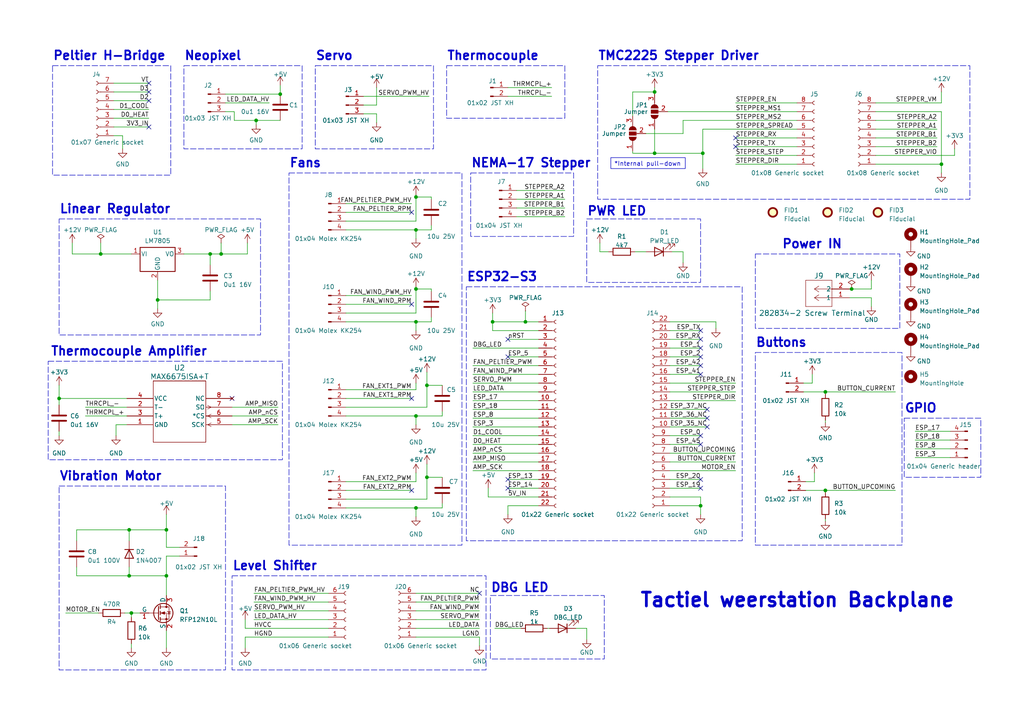
<source format=kicad_sch>
(kicad_sch (version 20230121) (generator eeschema)
  (paper "A4")
  (junction (at 64.135 73.66))
  (junction (at 29.21 73.66))
  (junction (at 189.865 44.45))
  (junction (at 48.26 153.67))
  (junction (at 48.26 167.005))
  (junction (at 37.465 153.67))
  (junction (at 120.65 57.15))
  (junction (at 142.875 93.345))
  (junction (at 45.72 86.995))
  (junction (at 189.865 26.67))
  (junction (at 203.835 44.45))
  (junction (at 152.4 93.345))
  (junction (at 17.145 115.57))
  (junction (at 37.465 167.005))
  (junction (at 203.2 146.685))
  (junction (at 239.395 113.665))
  (junction (at 239.395 142.24))
  (junction (at 123.825 111.76))
  (junction (at 60.96 73.66))
  (junction (at 38.1 177.8))
  (junction (at 123.825 138.43))
  (junction (at 74.295 34.925))
  (junction (at 120.65 83.82))
  (junction (at 273.05 47.625))
  (junction (at 247.015 83.82))
  (junction (at 120.65 93.345))
  (junction (at 120.65 147.32))
  (junction (at 120.65 120.65))
  (junction (at 81.28 27.305))
  (junction (at 120.65 66.675))
  (no_connect (at 119.38 61.595))
  (no_connect (at 203.2 95.885))
  (no_connect (at 119.38 88.265))
  (no_connect (at 213.36 42.545))
  (no_connect (at 147.32 103.505))
  (no_connect (at 203.2 128.905))
  (no_connect (at 119.38 142.24))
  (no_connect (at 203.2 106.045))
  (no_connect (at 67.31 115.57))
  (no_connect (at 147.32 139.065))
  (no_connect (at 205.105 121.285))
  (no_connect (at 203.2 98.425))
  (no_connect (at 139.065 172.085))
  (no_connect (at 43.18 24.13))
  (no_connect (at 203.2 139.065))
  (no_connect (at 203.2 103.505))
  (no_connect (at 43.18 36.83))
  (no_connect (at 43.18 29.21))
  (no_connect (at 205.105 123.825))
  (no_connect (at 205.105 118.745))
  (no_connect (at 119.38 115.57))
  (no_connect (at 43.18 26.67))
  (no_connect (at 147.32 141.605))
  (no_connect (at 147.32 98.425))
  (no_connect (at 213.36 40.005))
  (no_connect (at 203.2 108.585))
  (no_connect (at 203.2 141.605))
  (no_connect (at 203.2 126.365))
  (no_connect (at 203.2 100.965))
  (wire (pts (xy 137.16 100.965) (xy 156.21 100.965)))
  (wire (pts (xy 189.865 37.465) (xy 189.865 44.45)))
  (wire (pts (xy 43.18 26.67) (xy 33.02 26.67)))
  (wire (pts (xy 74.295 34.925) (xy 74.295 36.195)))
  (wire (pts (xy 239.395 121.92) (xy 239.395 122.555)))
  (wire (pts (xy 265.43 132.715) (xy 275.59 132.715)))
  (wire (pts (xy 20.955 73.66) (xy 29.21 73.66)))
  (wire (pts (xy 123.825 111.76) (xy 123.825 118.11)))
  (wire (pts (xy 71.755 70.485) (xy 71.755 73.66)))
  (wire (pts (xy 271.78 34.925) (xy 254 34.925)))
  (wire (pts (xy 273.05 29.845) (xy 273.05 26.67)))
  (wire (pts (xy 24.765 120.65) (xy 36.83 120.65)))
  (wire (pts (xy 124.46 27.94) (xy 105.41 27.94)))
  (wire (pts (xy 213.36 29.845) (xy 231.14 29.845)))
  (wire (pts (xy 203.2 108.585) (xy 194.31 108.585)))
  (wire (pts (xy 213.36 136.525) (xy 194.31 136.525)))
  (wire (pts (xy 231.14 45.085) (xy 213.36 45.085)))
  (wire (pts (xy 198.12 34.925) (xy 198.12 38.735)))
  (wire (pts (xy 37.465 153.67) (xy 48.26 153.67)))
  (wire (pts (xy 213.36 131.445) (xy 194.31 131.445)))
  (wire (pts (xy 254 32.385) (xy 273.05 32.385)))
  (wire (pts (xy 137.16 133.985) (xy 156.21 133.985)))
  (wire (pts (xy 147.32 149.225) (xy 147.32 146.685)))
  (wire (pts (xy 142.875 95.885) (xy 142.875 93.345)))
  (wire (pts (xy 271.78 42.545) (xy 254 42.545)))
  (wire (pts (xy 189.865 44.45) (xy 203.835 44.45)))
  (wire (pts (xy 139.065 174.625) (xy 120.65 174.625)))
  (wire (pts (xy 65.405 32.385) (xy 67.945 32.385)))
  (wire (pts (xy 22.225 167.005) (xy 37.465 167.005)))
  (wire (pts (xy 265.43 127.635) (xy 275.59 127.635)))
  (wire (pts (xy 139.065 182.245) (xy 120.65 182.245)))
  (wire (pts (xy 73.66 179.705) (xy 95.25 179.705)))
  (wire (pts (xy 137.16 131.445) (xy 156.21 131.445)))
  (wire (pts (xy 100.33 139.7) (xy 120.65 139.7)))
  (wire (pts (xy 173.99 73.025) (xy 176.53 73.025)))
  (wire (pts (xy 152.4 90.17) (xy 152.4 93.345)))
  (wire (pts (xy 78.105 29.845) (xy 65.405 29.845)))
  (wire (pts (xy 252.73 88.9) (xy 252.73 86.36)))
  (wire (pts (xy 120.65 137.16) (xy 120.65 139.7)))
  (wire (pts (xy 120.65 83.82) (xy 120.65 83.185)))
  (wire (pts (xy 123.825 138.43) (xy 128.27 138.43)))
  (wire (pts (xy 120.65 64.135) (xy 100.33 64.135)))
  (wire (pts (xy 233.68 139.7) (xy 236.22 139.7)))
  (wire (pts (xy 203.2 144.145) (xy 203.2 146.685)))
  (wire (pts (xy 52.07 158.75) (xy 48.26 158.75)))
  (wire (pts (xy 203.2 146.685) (xy 203.2 149.225)))
  (wire (pts (xy 137.16 116.205) (xy 156.21 116.205)))
  (wire (pts (xy 120.65 83.82) (xy 125.095 83.82)))
  (wire (pts (xy 252.73 86.36) (xy 246.38 86.36)))
  (wire (pts (xy 183.515 44.45) (xy 189.865 44.45)))
  (wire (pts (xy 252.73 81.28) (xy 252.73 83.82)))
  (wire (pts (xy 273.05 32.385) (xy 273.05 47.625)))
  (wire (pts (xy 213.36 113.665) (xy 194.31 113.665)))
  (wire (pts (xy 120.65 93.345) (xy 120.65 95.885)))
  (wire (pts (xy 158.75 182.245) (xy 159.385 182.245)))
  (wire (pts (xy 142.875 93.345) (xy 142.875 90.805)))
  (wire (pts (xy 74.295 34.925) (xy 81.28 34.925)))
  (wire (pts (xy 38.1 186.69) (xy 38.1 187.96)))
  (wire (pts (xy 205.105 121.285) (xy 194.31 121.285)))
  (wire (pts (xy 194.31 146.685) (xy 203.2 146.685)))
  (wire (pts (xy 120.65 120.65) (xy 128.27 120.65)))
  (wire (pts (xy 123.825 111.76) (xy 128.27 111.76)))
  (wire (pts (xy 17.145 111.76) (xy 17.145 115.57)))
  (wire (pts (xy 19.05 177.8) (xy 28.575 177.8)))
  (wire (pts (xy 123.825 138.43) (xy 123.825 134.62)))
  (wire (pts (xy 203.835 37.465) (xy 231.14 37.465)))
  (wire (pts (xy 203.2 98.425) (xy 194.31 98.425)))
  (wire (pts (xy 213.36 133.985) (xy 194.31 133.985)))
  (wire (pts (xy 43.18 24.13) (xy 33.02 24.13)))
  (wire (pts (xy 48.26 167.005) (xy 48.26 161.29)))
  (wire (pts (xy 203.2 128.905) (xy 194.31 128.905)))
  (wire (pts (xy 203.835 44.45) (xy 203.835 48.895)))
  (wire (pts (xy 65.405 27.305) (xy 81.28 27.305)))
  (wire (pts (xy 139.065 179.705) (xy 120.65 179.705)))
  (wire (pts (xy 198.12 34.925) (xy 231.14 34.925)))
  (wire (pts (xy 20.955 70.485) (xy 20.955 73.66)))
  (wire (pts (xy 45.72 86.995) (xy 45.72 89.535)))
  (wire (pts (xy 213.36 116.205) (xy 194.31 116.205)))
  (wire (pts (xy 125.095 93.345) (xy 125.095 92.075)))
  (wire (pts (xy 147.32 141.605) (xy 156.21 141.605)))
  (wire (pts (xy 213.36 111.125) (xy 194.31 111.125)))
  (wire (pts (xy 239.395 113.665) (xy 233.045 113.665)))
  (wire (pts (xy 73.66 174.625) (xy 95.25 174.625)))
  (wire (pts (xy 123.825 118.11) (xy 100.33 118.11)))
  (wire (pts (xy 120.65 120.65) (xy 100.33 120.65)))
  (wire (pts (xy 35.56 39.37) (xy 35.56 43.18)))
  (wire (pts (xy 259.715 113.665) (xy 239.395 113.665)))
  (wire (pts (xy 198.12 73.025) (xy 194.945 73.025)))
  (wire (pts (xy 120.65 83.82) (xy 120.65 90.805)))
  (wire (pts (xy 45.72 81.28) (xy 45.72 86.995)))
  (wire (pts (xy 189.865 25.4) (xy 189.865 26.67)))
  (wire (pts (xy 139.065 187.325) (xy 139.065 184.785)))
  (wire (pts (xy 194.31 93.345) (xy 207.645 93.345)))
  (wire (pts (xy 163.83 60.325) (xy 149.86 60.325)))
  (wire (pts (xy 29.21 73.66) (xy 38.1 73.66)))
  (wire (pts (xy 43.18 29.21) (xy 33.02 29.21)))
  (wire (pts (xy 29.21 70.485) (xy 29.21 73.66)))
  (wire (pts (xy 125.095 66.675) (xy 125.095 65.405)))
  (wire (pts (xy 123.825 107.95) (xy 123.825 111.76)))
  (wire (pts (xy 213.36 40.005) (xy 231.14 40.005)))
  (wire (pts (xy 276.86 45.085) (xy 276.86 43.18)))
  (wire (pts (xy 137.16 108.585) (xy 156.21 108.585)))
  (wire (pts (xy 198.12 76.2) (xy 198.12 73.025)))
  (wire (pts (xy 160.02 25.4) (xy 147.32 25.4)))
  (wire (pts (xy 203.2 100.965) (xy 194.31 100.965)))
  (wire (pts (xy 17.145 125.095) (xy 17.145 126.365)))
  (wire (pts (xy 80.645 123.19) (xy 67.31 123.19)))
  (wire (pts (xy 183.515 43.815) (xy 183.515 44.45)))
  (wire (pts (xy 203.835 37.465) (xy 203.835 44.45)))
  (wire (pts (xy 142.875 93.345) (xy 152.4 93.345)))
  (wire (pts (xy 137.16 118.745) (xy 156.21 118.745)))
  (wire (pts (xy 105.41 30.48) (xy 109.22 30.48)))
  (wire (pts (xy 100.33 144.78) (xy 123.825 144.78)))
  (wire (pts (xy 125.095 57.15) (xy 125.095 57.785)))
  (wire (pts (xy 141.605 144.145) (xy 141.605 141.605)))
  (wire (pts (xy 33.655 126.365) (xy 33.655 123.19)))
  (wire (pts (xy 207.645 93.345) (xy 207.645 95.25)))
  (wire (pts (xy 100.33 113.03) (xy 120.65 113.03)))
  (wire (pts (xy 239.395 142.875) (xy 239.395 142.24)))
  (wire (pts (xy 203.2 103.505) (xy 194.31 103.505)))
  (wire (pts (xy 156.21 95.885) (xy 142.875 95.885)))
  (wire (pts (xy 239.395 142.24) (xy 259.715 142.24)))
  (wire (pts (xy 137.16 111.125) (xy 156.21 111.125)))
  (wire (pts (xy 139.065 184.785) (xy 120.65 184.785)))
  (wire (pts (xy 100.33 90.805) (xy 120.65 90.805)))
  (wire (pts (xy 71.12 184.785) (xy 95.25 184.785)))
  (wire (pts (xy 43.18 36.83) (xy 33.02 36.83)))
  (wire (pts (xy 235.585 111.125) (xy 235.585 108.585)))
  (wire (pts (xy 203.2 126.365) (xy 194.31 126.365)))
  (wire (pts (xy 36.195 177.8) (xy 38.1 177.8)))
  (wire (pts (xy 48.26 161.29) (xy 52.07 161.29)))
  (wire (pts (xy 120.65 177.165) (xy 139.065 177.165)))
  (wire (pts (xy 139.065 172.085) (xy 120.65 172.085)))
  (wire (pts (xy 128.27 147.32) (xy 128.27 146.05)))
  (wire (pts (xy 22.225 164.465) (xy 22.225 167.005)))
  (wire (pts (xy 71.12 182.245) (xy 95.25 182.245)))
  (wire (pts (xy 143.51 182.245) (xy 151.13 182.245)))
  (wire (pts (xy 33.02 39.37) (xy 35.56 39.37)))
  (wire (pts (xy 271.78 37.465) (xy 254 37.465)))
  (wire (pts (xy 203.2 95.885) (xy 194.31 95.885)))
  (wire (pts (xy 137.16 136.525) (xy 156.21 136.525)))
  (wire (pts (xy 163.83 57.785) (xy 149.86 57.785)))
  (wire (pts (xy 37.465 153.67) (xy 37.465 156.845)))
  (wire (pts (xy 119.38 59.055) (xy 100.33 59.055)))
  (wire (pts (xy 205.105 118.745) (xy 194.31 118.745)))
  (wire (pts (xy 198.12 38.735) (xy 187.325 38.735)))
  (wire (pts (xy 152.4 93.345) (xy 156.21 93.345)))
  (wire (pts (xy 137.16 123.825) (xy 156.21 123.825)))
  (wire (pts (xy 203.2 106.045) (xy 194.31 106.045)))
  (wire (pts (xy 109.22 33.02) (xy 109.22 35.56)))
  (wire (pts (xy 120.65 57.15) (xy 120.65 64.135)))
  (wire (pts (xy 119.38 85.725) (xy 100.33 85.725)))
  (wire (pts (xy 119.38 115.57) (xy 100.33 115.57)))
  (wire (pts (xy 43.18 31.75) (xy 33.02 31.75)))
  (wire (pts (xy 147.32 146.685) (xy 156.21 146.685)))
  (wire (pts (xy 48.26 172.72) (xy 48.26 167.005)))
  (wire (pts (xy 71.12 182.245) (xy 71.12 179.705)))
  (wire (pts (xy 189.865 26.67) (xy 189.865 27.305)))
  (wire (pts (xy 120.65 57.15) (xy 125.095 57.15)))
  (wire (pts (xy 273.05 47.625) (xy 254 47.625)))
  (wire (pts (xy 265.43 125.095) (xy 275.59 125.095)))
  (wire (pts (xy 64.135 73.66) (xy 71.755 73.66)))
  (wire (pts (xy 105.41 33.02) (xy 109.22 33.02)))
  (wire (pts (xy 120.65 66.675) (xy 100.33 66.675)))
  (wire (pts (xy 163.83 55.245) (xy 149.86 55.245)))
  (wire (pts (xy 137.16 128.905) (xy 156.21 128.905)))
  (wire (pts (xy 213.36 42.545) (xy 231.14 42.545)))
  (wire (pts (xy 120.65 56.515) (xy 120.65 57.15)))
  (wire (pts (xy 48.26 153.67) (xy 48.26 158.75)))
  (wire (pts (xy 271.78 40.005) (xy 254 40.005)))
  (wire (pts (xy 120.65 123.19) (xy 120.65 120.65)))
  (wire (pts (xy 120.65 113.03) (xy 120.65 111.125)))
  (wire (pts (xy 173.99 70.485) (xy 173.99 73.025)))
  (wire (pts (xy 236.22 139.7) (xy 236.22 137.16)))
  (wire (pts (xy 233.68 142.24) (xy 239.395 142.24)))
  (wire (pts (xy 203.2 139.065) (xy 194.31 139.065)))
  (wire (pts (xy 33.655 123.19) (xy 36.83 123.19)))
  (wire (pts (xy 147.32 103.505) (xy 156.21 103.505)))
  (wire (pts (xy 67.945 34.925) (xy 67.945 32.385)))
  (wire (pts (xy 163.83 62.865) (xy 149.86 62.865)))
  (wire (pts (xy 24.765 118.11) (xy 36.83 118.11)))
  (wire (pts (xy 81.28 27.305) (xy 81.28 24.765)))
  (wire (pts (xy 120.65 93.345) (xy 125.095 93.345)))
  (wire (pts (xy 183.515 26.67) (xy 189.865 26.67)))
  (wire (pts (xy 38.1 177.8) (xy 40.64 177.8)))
  (wire (pts (xy 109.22 30.48) (xy 109.22 25.4)))
  (wire (pts (xy 205.105 123.825) (xy 194.31 123.825)))
  (wire (pts (xy 183.515 33.655) (xy 183.515 26.67)))
  (wire (pts (xy 37.465 167.005) (xy 48.26 167.005)))
  (wire (pts (xy 64.135 70.485) (xy 64.135 73.66)))
  (wire (pts (xy 147.32 139.065) (xy 156.21 139.065)))
  (wire (pts (xy 73.66 172.085) (xy 95.25 172.085)))
  (wire (pts (xy 194.31 144.145) (xy 203.2 144.145)))
  (wire (pts (xy 123.825 144.78) (xy 123.825 138.43)))
  (wire (pts (xy 254 45.085) (xy 276.86 45.085)))
  (wire (pts (xy 184.15 73.025) (xy 187.325 73.025)))
  (wire (pts (xy 100.33 93.345) (xy 120.65 93.345)))
  (wire (pts (xy 137.16 126.365) (xy 156.21 126.365)))
  (wire (pts (xy 100.33 147.32) (xy 120.65 147.32)))
  (wire (pts (xy 170.18 185.42) (xy 170.18 182.245)))
  (wire (pts (xy 71.12 184.785) (xy 71.12 187.96)))
  (wire (pts (xy 74.295 34.925) (xy 67.945 34.925)))
  (wire (pts (xy 119.38 88.265) (xy 100.33 88.265)))
  (wire (pts (xy 233.045 111.125) (xy 235.585 111.125)))
  (wire (pts (xy 22.225 156.845) (xy 22.225 153.67)))
  (wire (pts (xy 254 29.845) (xy 273.05 29.845)))
  (wire (pts (xy 48.26 182.88) (xy 48.26 187.96)))
  (wire (pts (xy 203.2 141.605) (xy 194.31 141.605)))
  (wire (pts (xy 239.395 114.3) (xy 239.395 113.665)))
  (wire (pts (xy 45.72 86.995) (xy 60.96 86.995)))
  (wire (pts (xy 17.145 115.57) (xy 17.145 117.475)))
  (wire (pts (xy 38.1 177.8) (xy 38.1 179.07)))
  (wire (pts (xy 137.16 106.045) (xy 156.21 106.045)))
  (wire (pts (xy 273.05 50.165) (xy 273.05 47.625)))
  (wire (pts (xy 213.36 47.625) (xy 231.14 47.625)))
  (wire (pts (xy 43.18 34.29) (xy 33.02 34.29)))
  (wire (pts (xy 119.38 61.595) (xy 100.33 61.595)))
  (wire (pts (xy 48.26 153.67) (xy 48.26 149.225)))
  (wire (pts (xy 120.65 66.675) (xy 125.095 66.675)))
  (wire (pts (xy 193.675 32.385) (xy 231.14 32.385)))
  (wire (pts (xy 120.65 69.215) (xy 120.65 66.675)))
  (wire (pts (xy 60.96 86.995) (xy 60.96 84.455)))
  (wire (pts (xy 239.395 150.495) (xy 239.395 151.13)))
  (wire (pts (xy 80.645 120.65) (xy 67.31 120.65)))
  (wire (pts (xy 36.83 115.57) (xy 17.145 115.57)))
  (wire (pts (xy 247.015 83.82) (xy 246.38 83.82)))
  (wire (pts (xy 128.27 120.65) (xy 128.27 119.38)))
  (wire (pts (xy 137.16 121.285) (xy 156.21 121.285)))
  (wire (pts (xy 160.02 27.94) (xy 147.32 27.94)))
  (wire (pts (xy 80.645 118.11) (xy 67.31 118.11)))
  (wire (pts (xy 22.225 153.67) (xy 37.465 153.67)))
  (wire (pts (xy 141.605 144.145) (xy 156.21 144.145)))
  (wire (pts (xy 73.66 177.165) (xy 95.25 177.165)))
  (wire (pts (xy 147.32 98.425) (xy 156.21 98.425)))
  (wire (pts (xy 60.96 73.66) (xy 60.96 76.835)))
  (wire (pts (xy 120.65 147.32) (xy 128.27 147.32)))
  (wire (pts (xy 37.465 164.465) (xy 37.465 167.005)))
  (wire (pts (xy 53.34 73.66) (xy 60.96 73.66)))
  (wire (pts (xy 125.095 83.82) (xy 125.095 84.455)))
  (wire (pts (xy 119.38 142.24) (xy 100.33 142.24)))
  (wire (pts (xy 170.18 182.245) (xy 167.005 182.245)))
  (wire (pts (xy 60.96 73.66) (xy 64.135 73.66)))
  (wire (pts (xy 120.65 147.32) (xy 120.65 149.86)))
  (wire (pts (xy 137.16 113.665) (xy 156.21 113.665)))
  (wire (pts (xy 252.73 83.82) (xy 247.015 83.82)))
  (wire (pts (xy 265.43 130.175) (xy 275.59 130.175)))
  (rectangle (start 83.82 50.165) (end 133.985 158.115) (stroke (width 0) (type dash)))
  (rectangle (start 262.255 121.285) (end 284.48 138.43) (stroke (width 0) (type dash)))
  (rectangle (start 15.24 19.05) (end 49.53 50.8) (stroke (width 0) (type dash)))
  (rectangle (start 129.54 19.05) (end 163.83 34.29) (stroke (width 0) (type dash)))
  (rectangle (start 91.44 19.05) (end 125.73 43.18) (stroke (width 0) (type dash)))
  (rectangle (start 17.145 63.5) (end 75.565 97.155) (stroke (width 0) (type dash)))
  (rectangle (start 170.18 63.5) (end 203.2 81.915) (stroke (width 0) (type dash)))
  (rectangle (start 219.075 73.66) (end 260.985 95.25) (stroke (width 0) (type dash)))
  (rectangle (start 135.255 83.185) (end 215.265 156.845) (stroke (width 0) (type dash)))
  (rectangle (start 219.075 102.235) (end 261.62 158.115) (stroke (width 0) (type dash)))
  (rectangle (start 173.355 19.05) (end 281.305 57.785) (stroke (width 0) (type dash)))
  (rectangle (start 13.97 104.775) (end 81.915 133.35) (stroke (width 0) (type dash)))
  (rectangle (start 67.31 167.005) (end 140.97 194.31) (stroke (width 0) (type dash)))
  (rectangle (start 17.145 140.97) (end 65.405 194.31) (stroke (width 0) (type dash)))
  (rectangle (start 136.525 50.165) (end 166.37 68.58) (stroke (width 0) (type dash)))
  (rectangle (start 142.24 172.72) (end 175.26 191.135) (stroke (width 0) (type dash)))
  (rectangle (start 53.34 19.05) (end 87.63 43.18) (stroke (width 0) (type dash)))
  (text_box "*Internal pull-down" (at 177.165 45.72 0) (size 21.59 3.175) (effects (font (size 1.27 1.27)) (justify left top)))
  (text "Vibration Motor" (at 17.145 139.7 0) (effects (font (size 2.54 2.54) (thickness 0.508) bold) (justify left bottom)))
  (text "ESP32-S3" (at 135.255 81.915 0) (effects (font (size 2.54 2.54) (thickness 0.508) bold) (justify left bottom)))
  (text "Linear Regulator" (at 17.145 62.23 0) (effects (font (size 2.54 2.54) (thickness 0.508) bold) (justify left bottom)))
  (text "Tactiel weerstation Backplane" (at 185.42 176.53 0) (effects (font (size 4 4) (thickness 0.8) bold) (justify left bottom)))
  (text "Peltier H-Bridge" (at 15.24 17.78 0) (effects (font (size 2.54 2.54) (thickness 0.508) bold) (justify left bottom)))
  (text "PWR LED" (at 170.18 62.865 0) (effects (font (size 2.54 2.54) (thickness 0.508) bold) (justify left bottom)))
  (text "Level Shifter" (at 67.31 165.735 0) (effects (font (size 2.54 2.54) (thickness 0.508) bold) (justify left bottom)))
  (text "Neopixel" (at 53.34 17.78 0) (effects (font (size 2.54 2.54) (thickness 0.508) bold) (justify left bottom)))
  (text "Fans" (at 83.82 48.895 0) (effects (font (size 2.54 2.54) (thickness 0.508) bold) (justify left bottom)))
  (text "TMC2225 Stepper Driver" (at 173.355 17.78 0) (effects (font (size 2.54 2.54) (thickness 0.508) bold) (justify left bottom)))
  (text "Power IN" (at 226.695 72.39 0) (effects (font (size 2.54 2.54) (thickness 0.508) bold) (justify left bottom)))
  (text "Thermocouple" (at 129.54 17.78 0) (effects (font (size 2.54 2.54) (thickness 0.508) bold) (justify left bottom)))
  (text "NEMA-17 Stepper" (at 136.525 48.895 0) (effects (font (size 2.54 2.54) (thickness 0.508) bold) (justify left bottom)))
  (text "Servo" (at 91.44 17.78 0) (effects (font (size 2.54 2.54) (thickness 0.508) bold) (justify left bottom)))
  (text "DBG LED" (at 142.24 172.085 0) (effects (font (size 2.54 2.54) (thickness 0.508) bold) (justify left bottom)))
  (text "Buttons" (at 219.075 100.965 0) (effects (font (size 2.54 2.54) (thickness 0.508) bold) (justify left bottom)))
  (text "Thermocouple Amplifier" (at 14.605 103.505 0) (effects (font (size 2.54 2.54) (thickness 0.508) bold) (justify left bottom)))
  (text "GPIO" (at 262.255 120.015 0) (effects (font (size 2.54 2.54) (thickness 0.508) bold) (justify left bottom)))
  (label "NC" (at 139.065 172.085 180))
  (label "ESP_35_NC" (at 205.105 123.825 180))
  (label "FAN_PELTIER_PWM" (at 137.16 106.045 0))
  (label "ESP_41" (at 203.2 108.585 180))
  (label "STEPPER_A2" (at 271.78 34.925 180))
  (label "LED_DATA_HV" (at 78.105 29.845 180))
  (label "ESP_17" (at 265.43 125.095 0))
  (label "ESP_0" (at 203.2 126.365 180))
  (label "FAN_WIND_RPM" (at 119.38 88.265 180))
  (label "VT" (at 43.18 24.13 180))
  (label "ESP_45" (at 203.2 128.905 180))
  (label "HGND" (at 73.66 184.785 0))
  (label "STEPPER_A1" (at 163.83 57.785 180))
  (label "FAN_WIND_PWM" (at 137.16 108.585 0))
  (label "SERVO_PWM" (at 137.16 111.125 0))
  (label "FAN_WIND_PWM_HV" (at 119.38 85.725 180))
  (label "ESP_RX" (at 203.2 98.425 180))
  (label "ESP_8" (at 265.43 130.175 0))
  (label "FAN_PELTIER_RPM" (at 119.38 61.595 180))
  (label "LED_DATA" (at 139.065 182.245 180))
  (label "STEPPER_VM" (at 271.78 29.845 180))
  (label "STEPPER_RX" (at 213.36 40.005 0))
  (label "THRCPL_-" (at 24.765 118.11 0))
  (label "DBG_LED" (at 143.51 182.245 0))
  (label "LGND" (at 139.065 184.785 180))
  (label "ESP_TX" (at 203.2 95.885 180))
  (label "SERVO_PWM_HV" (at 124.46 27.94 180))
  (label "AMP_SCK" (at 80.645 123.19 180))
  (label "THRCPL_-" (at 160.02 27.94 180))
  (label "FAN_EXT1_RPM" (at 119.38 115.57 180))
  (label "BUTTON_CURRENT" (at 259.715 113.665 180))
  (label "STEPPER_TX" (at 213.36 42.545 0))
  (label "AMP_SCK" (at 137.16 136.525 0))
  (label "AMP_MISO" (at 137.16 133.985 0))
  (label "ESP_20" (at 203.2 139.065 180))
  (label "FAN_EXT2_PWM" (at 119.38 139.7 180))
  (label "AMP_nCS" (at 137.16 131.445 0))
  (label "D1_COOL" (at 137.16 126.365 0))
  (label "ESP_36_NC" (at 205.105 121.285 180))
  (label "STEPPER_MS2" (at 213.36 34.925 0))
  (label "BUTTON_CURRENT" (at 213.36 133.985 180))
  (label "D2" (at 43.18 29.21 180))
  (label "AMP_MISO" (at 80.645 118.11 180))
  (label "FAN_WIND_PWM" (at 139.065 177.165 180))
  (label "FAN_WIND_PWM_HV" (at 73.66 174.625 0))
  (label "ESP_37_NC" (at 205.105 118.745 180))
  (label "THRMCPL_+" (at 160.02 25.4 180))
  (label "ESP_5" (at 147.32 103.505 0))
  (label "ESP_18" (at 137.16 118.745 0))
  (label "STEPPER_EN" (at 213.36 111.125 180))
  (label "STEPPER_VIO" (at 271.78 45.085 180))
  (label "THRMCPL_+" (at 24.765 120.65 0))
  (label "STEPPER_B2" (at 271.78 42.545 180))
  (label "ESP_3" (at 265.43 132.715 0))
  (label "ESP_17" (at 137.16 116.205 0))
  (label "HVCC" (at 73.66 182.245 0))
  (label "3V3_IN" (at 43.18 36.83 180))
  (label "AMP_nCS" (at 80.645 120.65 180))
  (label "D3" (at 43.18 26.67 180))
  (label "FAN_EXT2_RPM" (at 119.38 142.24 180))
  (label "D1_COOL" (at 43.18 31.75 180))
  (label "STEPPER_DIR" (at 213.36 116.205 180))
  (label "ESP_3" (at 137.16 123.825 0))
  (label "STEPPER_B2" (at 163.83 62.865 180))
  (label "FAN_PELTIER_PWM" (at 139.065 174.625 180))
  (label "FAN_EXT1_PWM" (at 119.38 113.03 180))
  (label "STEPPER_SPREAD" (at 213.36 37.465 0))
  (label "STEPPER_B1" (at 163.83 60.325 180))
  (label "FAN_PELTIER_PWM_HV" (at 73.66 172.085 0))
  (label "STEPPER_EN" (at 213.36 29.845 0))
  (label "ESP_2" (at 203.2 103.505 180))
  (label "D0_HEAT" (at 43.18 34.29 180))
  (label "nRST" (at 147.32 98.425 0))
  (label "FAN_PELTIER_PWM_HV" (at 119.38 59.055 180))
  (label "LED_DATA" (at 137.16 113.665 0))
  (label "STEPPER_STEP" (at 213.36 113.665 180))
  (label "BUTTON_UPCOMING" (at 213.36 131.445 180))
  (label "STEPPER_STEP" (at 213.36 45.085 0))
  (label "LED_DATA_HV" (at 73.66 179.705 0))
  (label "STEPPER_DIR" (at 213.36 47.625 0))
  (label "ESP_19" (at 203.2 141.605 180))
  (label "5V_IN" (at 147.32 144.145 0))
  (label "ESP_42" (at 203.2 106.045 180))
  (label "MOTOR_EN" (at 19.05 177.8 0))
  (label "D0_HEAT" (at 137.16 128.905 0))
  (label "SERVO_PWM" (at 139.065 179.705 180))
  (label "ESP_18" (at 265.43 127.635 0))
  (label "STEPPER_A1" (at 271.78 37.465 180))
  (label "DBG_LED" (at 137.16 100.965 0))
  (label "ESP_13" (at 147.32 139.065 0))
  (label "ESP_1" (at 203.2 100.965 180))
  (label "ESP_14" (at 147.32 141.605 0))
  (label "STEPPER_MS1" (at 213.36 32.385 0))
  (label "STEPPER_A2" (at 163.83 55.245 180))
  (label "STEPPER_B1" (at 271.78 40.005 180))
  (label "MOTOR_EN" (at 213.36 136.525 180))
  (label "ESP_8" (at 137.16 121.285 0))
  (label "SERVO_PWM_HV" (at 73.66 177.165 0))
  (label "BUTTON_UPCOMING" (at 259.715 142.24 180))
  (symbol (lib_id "power:GND") (at 264.16 81.915 0) (unit 1)
    (property "Reference" "#PWR019" (effects hide))
    (property "Value" "GND" (at 267.97 84.455 0))
  )
  (symbol (lib_id "power:GND") (at 264.16 92.075 0) (unit 1)
    (property "Reference" "#PWR024" (effects hide))
    (property "Value" "GND" (at 267.97 94.615 0))
  )
  (symbol (lib_id "power:+3V3") (at 17.145 111.76 0) (unit 1)
    (property "Reference" "#PWR031" (effects hide))
    (property "Value" "+3V3" (at 17.145 107.95 0))
  )
  (symbol (lib_id "power:+5V") (at 120.65 111.125 0) (unit 1)
    (property "Reference" "#PWR030" (effects hide))
    (property "Value" "+5V" (at 120.65 107.315 0))
  )
  (symbol (lib_id "Connector:Conn_01x22_Socket") (at 161.29 118.745 0) (unit 1)
    (property "Reference" "J13" (at 160.02 90.805 0) (effects (justify left)))
    (property "Value" "01x22 Generic socket" (at 151.13 149.225 0) (effects (justify left)))
    (property "Footprint" "Connector_PinSocket_2.54mm:PinSocket_1x22_P2.54mm_Vertical" (effects hide))
  )
  (symbol (lib_id "power:GND") (at 109.22 35.56 0) (unit 1)
    (property "Reference" "#PWR05" (effects hide))
    (property "Value" "GND" (at 109.22 40.64 0))
  )
  (symbol (lib_id "Connector:Conn_01x22_Socket") (at 189.23 121.285 180) (unit 1)
    (property "Reference" "J14" (at 189.23 90.805 0))
    (property "Value" "01x22 Generic socket" (at 189.23 149.225 0))
    (property "Footprint" "Connector_PinSocket_2.54mm:PinSocket_1x22_P2.54mm_Vertical" (effects hide))
  )
  (symbol (lib_id "power:+5V") (at 141.605 141.605 0) (unit 1)
    (property "Reference" "#PWR039" (effects hide))
    (property "Value" "+5V" (at 141.605 137.795 0))
  )
  (symbol (lib_id "Connector:Conn_01x07_Socket") (at 27.94 31.75 180) (unit 1)
    (property "Reference" "J4" (at 27.94 21.59 0))
    (property "Value" "01x07 Generic socket" (at 31.115 41.275 0))
    (property "Footprint" "Connector_PinSocket_2.54mm:PinSocket_1x07_P2.54mm_Vertical" (effects hide))
  )
  (symbol (lib_id "Device:R") (at 32.385 177.8 90) (unit 1)
    (property "Reference" "R4" (at 32.385 180.34 90))
    (property "Value" "470R" (at 32.385 175.26 90))
    (property "Footprint" "Resistor_SMD:R_0805_2012Metric" (effects hide))
    (property "LCSC Part #" "C17710" (effects hide))
  )
  (symbol (lib_id "Device:R") (at 239.395 146.685 0) (unit 1)
    (property "Reference" "R3" (at 241.935 146.05 0) (effects (justify left)))
    (property "Value" "10k" (at 241.935 148.59 0) (effects (justify left)))
    (property "Footprint" "Resistor_SMD:R_0805_2012Metric" (effects hide))
    (property "LCSC Part #" "C17414" (effects hide))
  )
  (symbol (lib_id "power:+12V") (at 252.73 81.28 0) (unit 1)
    (property "Reference" "#PWR018" (effects hide))
    (property "Value" "+12V" (at 252.73 77.47 0))
  )
  (symbol (lib_id "Connector:Conn_01x02_Pin") (at 227.965 111.125 0) (unit 1)
    (property "Reference" "J11" (at 227.965 108.585 0))
    (property "Value" "01x02 JST XH" (at 227.965 116.205 0))
    (property "Footprint" "Connector_JST:JST_XH_B2B-XH-A_1x02_P2.50mm_Vertical" (effects hide))
  )
  (symbol (lib_id "power:GND") (at 203.835 48.895 0) (unit 1)
    (property "Reference" "#PWR09" (effects hide))
    (property "Value" "GND" (at 203.835 53.34 0))
  )
  (symbol (lib_id "Device:R") (at 38.1 182.88 0) (unit 1)
    (property "Reference" "R6" (at 40.005 182.245 0) (effects (justify left)))
    (property "Value" "10k" (at 40.005 184.785 0) (effects (justify left)))
    (property "Footprint" "Resistor_SMD:R_0805_2012Metric" (effects hide))
    (property "LCSC Part #" "C17414" (effects hide))
  )
  (symbol (lib_id "Device:LED") (at 163.195 182.245 180) (unit 1)
    (property "Reference" "D3" (at 164.7825 176.53 0))
    (property "Value" "DBG_LED" (at 164.7825 179.07 0))
    (property "Footprint" "LED_SMD:LED_0805_2012Metric" (effects hide))
    (property "LCSC Part #" "C84256" (effects hide))
  )
  (symbol (lib_id "power:+3V3") (at 276.86 43.18 0) (unit 1)
    (property "Reference" "#PWR08" (effects hide))
    (property "Value" "+3V3" (at 276.86 39.37 0))
  )
  (symbol (lib_id "power:GND") (at 147.32 149.225 0) (unit 1)
    (property "Reference" "#PWR041" (effects hide))
    (property "Value" "GND" (at 147.32 154.305 0))
  )
  (symbol (lib_id "power:GND") (at 74.295 36.195 0) (unit 1)
    (property "Reference" "#PWR06" (effects hide))
    (property "Value" "GND" (at 74.295 40.64 0))
  )
  (symbol (lib_id "Jumper:SolderJumper_3_Open") (at 189.865 32.385 90) (unit 1)
    (property "Reference" "JP1" (at 187.96 30.48 90) (effects (justify left)))
    (property "Value" "Jumper" (at 187.96 32.385 90) (effects (justify left)))
    (property "Footprint" "Jumper:SolderJumper-3_P2.0mm_Open_TrianglePad1.0x1.5mm" (effects hide))
  )
  (symbol (lib_id "power:GND") (at 198.12 76.2 0) (unit 1)
    (property "Reference" "#PWR017" (effects hide))
    (property "Value" "GND" (at 198.12 80.01 0))
  )
  (symbol (lib_id "power:GND") (at 264.16 71.755 0) (unit 1)
    (property "Reference" "#PWR016" (effects hide))
    (property "Value" "GND" (at 267.97 74.295 0))
  )
  (symbol (lib_id "power:+12V") (at 173.99 70.485 0) (unit 1)
    (property "Reference" "#PWR015" (effects hide))
    (property "Value" "+12V" (at 173.99 66.675 0))
  )
  (symbol (lib_id "power:+5V") (at 71.12 179.705 0) (unit 1)
    (property "Reference" "#PWR045" (effects hide))
    (property "Value" "+5V" (at 71.12 176.53 0))
  )
  (symbol (lib_id "Connector:Conn_01x02_Pin") (at 142.24 25.4 0) (unit 1)
    (property "Reference" "J1" (at 142.875 23.495 0))
    (property "Value" "01x02 JST XH" (at 142.24 29.845 0))
    (property "Footprint" "Connector_JST:JST_XH_B2B-XH-A_1x02_P2.50mm_Vertical" (effects hide))
  )
  (symbol (lib_id "Connector:Conn_01x04_Pin") (at 95.25 115.57 0) (unit 1)
    (property "Reference" "J12" (at 95.25 110.49 0))
    (property "Value" "01x04 Molex KK254" (at 95.25 123.19 0))
    (property "Footprint" "Connector_Molex:Molex_KK-254_AE-6410-04A_1x04_P2.54mm_Vertical" (effects hide))
  )
  (symbol (lib_id "power:+5V") (at 71.755 70.485 0) (unit 1)
    (property "Reference" "#PWR014" (effects hide))
    (property "Value" "+5V" (at 71.755 66.675 0))
  )
  (symbol (lib_id "power:GND") (at 239.395 151.13 0) (unit 1)
    (property "Reference" "#PWR044" (effects hide))
    (property "Value" "GND" (at 239.395 155.575 0))
  )
  (symbol (lib_id "power:+12V") (at 20.955 70.485 0) (unit 1)
    (property "Reference" "#PWR013" (effects hide))
    (property "Value" "+12V" (at 20.955 66.675 0))
  )
  (symbol (lib_id "power:GND") (at 273.05 50.165 0) (unit 1)
    (property "Reference" "#PWR010" (effects hide))
    (property "Value" "GND" (at 273.05 55.245 0))
  )
  (symbol (lib_id "power:GND") (at 120.65 149.86 0) (unit 1)
    (property "Reference" "#PWR043" (effects hide))
    (property "Value" "GND" (at 120.65 154.94 0))
  )
  (symbol (lib_id "power:+12V") (at 123.825 134.62 0) (unit 1)
    (property "Reference" "#PWR036" (effects hide))
    (property "Value" "+12V" (at 123.825 130.81 0))
  )
  (symbol (lib_id "Mechanical:Fiducial") (at 224.155 61.595 0) (unit 1)
    (property "Reference" "FID1" (at 227.33 60.96 0) (effects (justify left)))
    (property "Value" "Fiducial" (at 227.33 63.5 0) (effects (justify left)))
    (property "Footprint" "Fiducial:Fiducial_1.5mm_Mask3mm" (effects hide))
  )
  (symbol (lib_id "Connector:Conn_01x02_Pin") (at 228.6 139.7 0) (unit 1)
    (property "Reference" "J16" (at 228.6 137.16 0))
    (property "Value" "01x02 JST XH" (at 228.6 144.78 0))
    (property "Footprint" "Connector_JST:JST_XH_B2B-XH-A_1x02_P2.50mm_Vertical" (effects hide))
  )
  (symbol (lib_id "power:+12V") (at 120.65 83.185 0) (unit 1)
    (property "Reference" "#PWR020" (effects hide))
    (property "Value" "+12V" (at 120.65 79.375 0))
  )
  (symbol (lib_id "Regulator_Linear:LM7805_TO220") (at 45.72 73.66 0) (unit 1)
    (property "Reference" "U1" (at 45.72 67.31 0))
    (property "Value" "LM7805" (at 45.72 69.85 0))
    (property "Footprint" "Package_TO_SOT_THT:TO-220-3_Horizontal_TabDown" (effects hide))
    (property "Datasheet" "https://www.onsemi.cn/PowerSolutions/document/MC7800-D.PDF" (effects hide))
  )
  (symbol (lib_id "power:+5V") (at 120.65 137.16 0) (unit 1)
    (property "Reference" "#PWR037" (effects hide))
    (property "Value" "+5V" (at 120.65 133.35 0))
  )
  (symbol (lib_id "Connector:Conn_01x06_Socket") (at 115.57 179.705 180) (unit 1)
    (property "Reference" "J20" (at 116.205 170.18 0))
    (property "Value" "01x06 Generic socket" (at 121.92 187.325 0))
    (property "Footprint" "Connector_PinSocket_2.54mm:PinSocket_1x06_P2.54mm_Vertical" (effects hide))
  )
  (symbol (lib_id "Connector:Conn_01x02_Pin") (at 57.15 161.29 180) (unit 1)
    (property "Reference" "J18" (at 55.88 156.21 0) (effects (justify right)))
    (property "Value" "01x02 JST XH" (at 50.8 164.465 0) (effects (justify right)))
    (property "Footprint" "Connector_JST:JST_XH_B2B-XH-A_1x02_P2.50mm_Vertical" (effects hide))
  )
  (symbol (lib_id "power:GND") (at 120.65 95.885 0) (unit 1)
    (property "Reference" "#PWR026" (effects hide))
    (property "Value" "GND" (at 120.65 100.965 0))
  )
  (symbol (lib_id "Device:R") (at 239.395 118.11 0) (unit 1)
    (property "Reference" "R2" (at 241.935 117.475 0) (effects (justify left)))
    (property "Value" "10k" (at 241.935 120.015 0) (effects (justify left)))
    (property "Footprint" "Resistor_SMD:R_0805_2012Metric" (effects hide))
    (property "LCSC Part #" "C17414" (effects hide))
  )
  (symbol (lib_id "Connector:Conn_01x03_Pin") (at 60.325 29.845 0) (unit 1)
    (property "Reference" "J2" (at 60.325 24.765 0))
    (property "Value" "01x03 JST XH" (at 60.325 34.29 0))
    (property "Footprint" "Connector_JST:JST_XH_B3B-XH-A_1x03_P2.50mm_Vertical" (effects hide))
  )
  (symbol (lib_id "power:GND") (at 170.18 185.42 0) (unit 1)
    (property "Reference" "#PWR046" (effects hide))
    (property "Value" "GND" (at 170.18 189.23 0))
  )
  (symbol (lib_id "power:+12V") (at 123.825 107.95 0) (unit 1)
    (property "Reference" "#PWR028" (effects hide))
    (property "Value" "+12V" (at 123.825 104.14 0))
  )
  (symbol (lib_id "Connector:Conn_01x08_Socket") (at 236.22 40.005 0) (mirror x) (unit 1)
    (property "Reference" "J5" (at 234.95 27.305 0) (effects (justify left)))
    (property "Value" "01x08 Generic socket" (at 217.805 50.165 0) (effects (justify left)))
    (property "Footprint" "Connector_PinSocket_2.54mm:PinSocket_1x08_P2.54mm_Vertical" (effects hide))
  )
  (symbol (lib_id "Mechanical:MountingHole_Pad") (at 264.16 79.375 0) (unit 1)
    (property "Reference" "H2" (at 266.7 77.47 0) (effects (justify left)))
    (property "Value" "MountingHole_Pad" (at 266.7 80.01 0) (effects (justify left)))
    (property "Footprint" "MountingHole:MountingHole_3.2mm_M3_Pad_Via" (effects hide))
  )
  (symbol (lib_id "Niels_Custom_Library:F12N10L") (at 48.26 177.8 0) (unit 1)
    (property "Reference" "Q1" (at 52.07 177.165 0) (effects (justify left)))
    (property "Value" "RFP12N10L" (at 52.07 179.705 0) (effects (justify left)))
    (property "Footprint" "Package_TO_SOT_THT:TO-220-3_Vertical" (effects hide))
    (property "Datasheet" "https://www.sparkfun.com/datasheets/Components/LM7805.pdf" (effects hide))
  )
  (symbol (lib_id "Device:C") (at 128.27 115.57 0) (unit 1)
    (property "Reference" "C5" (at 129.54 113.03 0) (effects (justify left)))
    (property "Value" "10u 25V" (at 125.095 123.19 0) (effects (justify left)))
    (property "Footprint" "Capacitor_SMD:C_1206_3216Metric" (effects hide))
    (property "LCSC Part #" "C15850" (effects hide))
  )
  (symbol (lib_id "power:GND") (at 120.65 123.19 0) (unit 1)
    (property "Reference" "#PWR033" (effects hide))
    (property "Value" "GND" (at 120.65 128.27 0))
  )
  (symbol (lib_id "power:GND") (at 207.645 95.25 0) (unit 1)
    (property "Reference" "#PWR025" (effects hide))
    (property "Value" "GND" (at 207.645 100.33 0))
  )
  (symbol (lib_id "power:GND") (at 48.26 187.96 0) (unit 1)
    (property "Reference" "#PWR049" (effects hide))
    (property "Value" "GND" (at 48.26 192.405 0))
  )
  (symbol (lib_id "power:+5V") (at 48.26 149.225 0) (unit 1)
    (property "Reference" "#PWR040" (effects hide))
    (property "Value" "+5V" (at 48.26 146.05 0))
  )
  (symbol (lib_id "Device:LED") (at 191.135 73.025 180) (unit 1)
    (property "Reference" "D1" (at 192.7225 67.31 0))
    (property "Value" "PWR_LED" (at 192.7225 69.85 0))
    (property "Footprint" "LED_SMD:LED_0805_2012Metric" (effects hide))
    (property "LCSC Part #" "C84256" (effects hide))
  )
  (symbol (lib_id "Connector:Conn_01x06_Socket") (at 100.33 179.705 0) (mirror x) (unit 1)
    (property "Reference" "J19" (at 99.695 170.18 0))
    (property "Value" "01x06 Generic socket" (at 91.44 187.325 0))
    (property "Footprint" "Connector_PinSocket_2.54mm:PinSocket_1x06_P2.54mm_Vertical" (effects hide))
  )
  (symbol (lib_id "282834-2:282834-2") (at 246.38 86.36 180) (unit 1)
    (property "Reference" "J9" (at 237.49 80.01 0) (effects (font (size 1.524 1.524))))
    (property "Value" "282834-2 Screw Terminal" (at 235.585 90.805 0) (effects (font (size 1.524 1.524))))
    (property "Footprint" "TerminalBlock_TE-Connectivity:TerminalBlock_TE_282834-2_1x02_P2.54mm_Horizontal" (effects hide))
    (property "Datasheet" "282834-2" (effects hide))
  )
  (symbol (lib_id "power:+3V3") (at 142.875 90.805 0) (unit 1)
    (property "Reference" "#PWR023" (effects hide))
    (property "Value" "+3V3" (at 142.875 86.995 0))
  )
  (symbol (lib_id "power:GND") (at 120.65 69.215 0) (unit 1)
    (property "Reference" "#PWR012" (effects hide))
    (property "Value" "GND" (at 120.65 74.295 0))
  )
  (symbol (lib_id "Mechanical:MountingHole") (at 264.16 109.22 0) (unit 1)
    (property "Reference" "H5" (at 266.7 108.585 0) (effects (justify left)))
    (property "Value" "MountingHole" (at 266.7 111.125 0) (effects (justify left)))
    (property "Footprint" "MountingHole:MountingHole_2.2mm_M2" (effects hide))
  )
  (symbol (lib_id "Device:R") (at 180.34 73.025 90) (unit 1)
    (property "Reference" "R1" (at 180.34 68.58 90))
    (property "Value" "4k7" (at 180.34 71.12 90))
    (property "Footprint" "Resistor_SMD:R_0805_2012Metric" (effects hide))
    (property "LCSC Part #" "C17673" (effects hide))
  )
  (symbol (lib_id "power:+12V") (at 120.65 56.515 0) (unit 1)
    (property "Reference" "#PWR011" (effects hide))
    (property "Value" "+12V" (at 120.65 52.705 0))
  )
  (symbol (lib_id "Mechanical:MountingHole_Pad") (at 264.16 99.695 0) (unit 1)
    (property "Reference" "H4" (at 266.7 97.79 0) (effects (justify left)))
    (property "Value" "MountingHole_Pad" (at 266.7 100.33 0) (effects (justify left)))
    (property "Footprint" "MountingHole:MountingHole_3.2mm_M3_Pad_Via" (effects hide))
  )
  (symbol (lib_id "Connector:Conn_01x04_Pin") (at 95.25 88.265 0) (unit 1)
    (property "Reference" "J10" (at 95.25 83.185 0))
    (property "Value" "01x04 Molex KK254" (at 95.25 95.885 0))
    (property "Footprint" "Connector_Molex:Molex_KK-254_AE-6410-04A_1x04_P2.54mm_Vertical" (effects hide))
  )
  (symbol (lib_id "power:GND") (at 252.73 88.9 0) (unit 1)
    (property "Reference" "#PWR021" (effects hide))
    (property "Value" "GND" (at 252.73 92.71 0))
  )
  (symbol (lib_id "MAX6675ISA+T:max6675isa+T") (at 11.43 115.57 0) (unit 1)
    (property "Reference" "U2" (at 52.07 106.68 0) (effects (font (size 1.524 1.524))))
    (property "Value" "MAX6675ISA+T" (at 52.07 109.22 0) (effects (font (size 1.524 1.524))))
    (property "Footprint" "Package_SO:SO-8_3.9x4.9mm_P1.27mm" (effects hide))
    (property "Datasheet" "max6675isa+T" (effects hide))
    (property "LCSC Part #" "C16030" (effects hide))
  )
  (symbol (lib_id "Mechanical:Fiducial") (at 254.635 61.595 0) (unit 1)
    (property "Reference" "FID3" (at 257.81 60.96 0) (effects (justify left)))
    (property "Value" "Fiducial" (at 257.81 63.5 0) (effects (justify left)))
    (property "Footprint" "Fiducial:Fiducial_1.5mm_Mask3mm" (effects hide))
  )
  (symbol (lib_id "Device:C") (at 60.96 80.645 0) (unit 1)
    (property "Reference" "C3" (at 64.77 80.01 0) (effects (justify left)))
    (property "Value" "0u1 16V" (at 64.77 82.55 0) (effects (justify left)))
    (property "Footprint" "Capacitor_SMD:C_0402_1005Metric" (effects hide))
    (property "LCSC Part #" "C1525" (effects hide))
  )
  (symbol (lib_id "Connector:Conn_01x04_Pin") (at 280.67 130.175 180) (unit 1)
    (property "Reference" "J15" (at 280.035 123.19 0))
    (property "Value" "01x04 Generic header" (at 273.685 135.255 0))
    (property "Footprint" "Connector_PinHeader_2.54mm:PinHeader_1x04_P2.54mm_Vertical" (effects hide))
  )
  (symbol (lib_id "Mechanical:Fiducial") (at 240.03 61.595 0) (unit 1)
    (property "Reference" "FID2" (at 243.205 60.96 0) (effects (justify left)))
    (property "Value" "Fiducial" (at 243.205 63.5 0) (effects (justify left)))
    (property "Footprint" "Fiducial:Fiducial_1.5mm_Mask3mm" (effects hide))
  )
  (symbol (lib_id "Device:C") (at 125.095 88.265 0) (unit 1)
    (property "Reference" "C4" (at 127 85.725 0) (effects (justify left)))
    (property "Value" "10u 25V" (at 123.825 95.885 0) (effects (justify left)))
    (property "Footprint" "Capacitor_SMD:C_1206_3216Metric" (effects hide))
    (property "LCSC Part #" "C15850" (effects hide))
  )
  (symbol (lib_id "Connector:Conn_01x04_Pin") (at 95.25 142.24 0) (unit 1)
    (property "Reference" "J17" (at 95.25 137.16 0))
    (property "Value" "01x04 Molex KK254" (at 95.25 149.86 0))
    (property "Footprint" "Connector_Molex:Molex_KK-254_AE-6410-04A_1x04_P2.54mm_Vertical" (effects hide))
  )
  (symbol (lib_id "power:GND") (at 38.1 187.96 0) (unit 1)
    (property "Reference" "#PWR048" (effects hide))
    (property "Value" "GND" (at 38.1 192.405 0))
  )
  (symbol (lib_id "power:PWR_FLAG") (at 64.135 70.485 0) (unit 1)
    (property "Reference" "#FLG02" (effects hide))
    (property "Value" "PWR_FLAG" (at 64.135 66.675 0))
  )
  (symbol (lib_id "power:GND") (at 203.2 149.225 0) (unit 1)
    (property "Reference" "#PWR042" (effects hide))
    (property "Value" "GND" (at 203.2 154.305 0))
  )
  (symbol (lib_id "Device:C") (at 17.145 121.285 180) (unit 1)
    (property "Reference" "C6" (at 20.32 120.65 0) (effects (justify right)))
    (property "Value" "0u1 16V" (at 20.32 123.19 0) (effects (justify right)))
    (property "Footprint" "Capacitor_SMD:C_0402_1005Metric" (effects hide))
    (property "LCSC Part #" "C1525" (effects hide))
  )
  (symbol (lib_id "power:PWR_FLAG") (at 29.21 70.485 0) (unit 1)
    (property "Reference" "#FLG01" (effects hide))
    (property "Value" "PWR_FLAG" (at 29.21 66.675 0))
  )
  (symbol (lib_id "Mechanical:MountingHole_Pad") (at 264.16 89.535 0) (unit 1)
    (property "Reference" "H3" (at 266.7 87.63 0) (effects (justify left)))
    (property "Value" "MountingHole_Pad" (at 266.7 90.17 0) (effects (justify left)))
    (property "Footprint" "MountingHole:MountingHole_3.2mm_M3_Pad_Via" (effects hide))
  )
  (symbol (lib_id "Jumper:SolderJumper_3_Open") (at 183.515 38.735 90) (unit 1)
    (property "Reference" "JP2" (at 181.61 36.83 90) (effects (justify left)))
    (property "Value" "Jumper" (at 181.61 38.735 90) (effects (justify left)))
    (property "Footprint" "Jumper:SolderJumper-3_P2.0mm_Open_TrianglePad1.0x1.5mm" (effects hide))
  )
  (symbol (lib_id "power:+3V3") (at 236.22 137.16 0) (unit 1)
    (property "Reference" "#PWR038" (effects hide))
    (property "Value" "+3V3" (at 236.22 133.35 0))
  )
  (symbol (lib_id "power:+5V") (at 109.22 25.4 0) (unit 1)
    (property "Reference" "#PWR02" (effects hide))
    (property "Value" "+5V" (at 109.22 22.225 0))
  )
  (symbol (lib_id "power:GND") (at 239.395 122.555 0) (unit 1)
    (property "Reference" "#PWR032" (effects hide))
    (property "Value" "GND" (at 239.395 127 0))
  )
  (symbol (lib_id "power:PWR_FLAG") (at 152.4 90.17 0) (unit 1)
    (property "Reference" "#FLG04" (effects hide))
    (property "Value" "PWR_FLAG" (at 152.4 86.36 0))
  )
  (symbol (lib_id "power:GND") (at 35.56 43.18 0) (unit 1)
    (property "Reference" "#PWR07" (effects hide))
    (property "Value" "GND" (at 35.56 47.625 0))
  )
  (symbol (lib_id "Device:C") (at 125.095 61.595 0) (unit 1)
    (property "Reference" "C2" (at 127 59.055 0) (effects (justify left)))
    (property "Value" "10u 25V" (at 123.825 68.58 0) (effects (justify left)))
    (property "Footprint" "Capacitor_SMD:C_1206_3216Metric" (effects hide))
    (property "LCSC Part #" "C15850" (effects hide))
  )
  (symbol (lib_id "Mechanical:MountingHole_Pad") (at 264.16 69.215 0) (unit 1)
    (property "Reference" "H1" (at 266.7 67.31 0) (effects (justify left)))
    (property "Value" "MountingHole_Pad" (at 266.7 69.85 0) (effects (justify left)))
    (property "Footprint" "MountingHole:MountingHole_3.2mm_M3_Pad_Via" (effects hide))
  )
  (symbol (lib_id "power:GND") (at 71.12 187.96 0) (unit 1)
    (property "Reference" "#PWR050" (effects hide))
    (property "Value" "GND" (at 71.12 192.405 0))
  )
  (symbol (lib_id "power:PWR_FLAG") (at 247.015 83.82 0) (unit 1)
    (property "Reference" "#FLG03" (effects hide))
    (property "Value" "PWR_FLAG" (at 247.015 80.01 0))
  )
  (symbol (lib_id "Device:R") (at 154.94 182.245 90) (unit 1)
    (property "Reference" "R5" (at 154.94 177.8 90))
    (property "Value" "1k" (at 154.94 180.34 90))
    (property "Footprint" "Resistor_SMD:R_0805_2012Metric" (effects hide))
    (property "LCSC Part #" "C17673" (effects hide))
  )
  (symbol (lib_id "Connector:Conn_01x04_Pin") (at 144.78 57.785 0) (unit 1)
    (property "Reference" "J7" (at 145.415 52.705 0))
    (property "Value" "01x04 JST XH" (at 144.78 65.405 0))
    (property "Footprint" "Connector_JST:JST_XH_B4B-XH-A_1x04_P2.50mm_Vertical" (effects hide))
  )
  (symbol (lib_id "power:+12V") (at 273.05 26.67 0) (unit 1)
    (property "Reference" "#PWR04" (effects hide))
    (property "Value" "+12V" (at 273.05 22.86 0))
  )
  (symbol (lib_id "Diode:1N4007") (at 37.465 160.655 270) (unit 1)
    (property "Reference" "D2" (at 39.37 160.02 90) (effects (justify left)))
    (property "Value" "1N4007" (at 39.37 162.56 90) (effects (justify left)))
    (property "Footprint" "Diode_THT:D_DO-41_SOD81_P10.16mm_Horizontal" (effects hide))
    (property "Datasheet" "http://www.vishay.com/docs/88503/1n4001.pdf" (effects hide))
    (property "Sim.Device" "D" (effects hide))
    (property "Sim.Pins" "1=K 2=A" (effects hide))
  )
  (symbol (lib_id "Connector:Conn_01x04_Pin") (at 95.25 61.595 0) (unit 1)
    (property "Reference" "J8" (at 95.25 56.515 0))
    (property "Value" "01x04 Molex KK254" (at 95.25 69.215 0))
    (property "Footprint" "Connector_Molex:Molex_KK-254_AE-6410-04A_1x04_P2.54mm_Vertical" (effects hide))
  )
  (symbol (lib_id "Device:C") (at 81.28 31.115 0) (unit 1)
    (property "Reference" "C1" (at 83.82 30.48 0) (effects (justify left)))
    (property "Value" "0u1 16V" (at 69.85 32.385 0) (effects (justify left)))
    (property "Footprint" "Capacitor_SMD:C_0402_1005Metric" (effects hide))
    (property "LCSC Part #" "C1525" (effects hide))
  )
  (symbol (lib_id "power:GND") (at 33.655 126.365 0) (unit 1)
    (property "Reference" "#PWR035" (effects hide))
    (property "Value" "GND" (at 33.655 131.445 0))
  )
  (symbol (lib_id "power:+3V3") (at 235.585 108.585 0) (unit 1)
    (property "Reference" "#PWR029" (effects hide))
    (property "Value" "+3V3" (at 235.585 104.775 0))
  )
  (symbol (lib_id "Connector:Conn_01x03_Pin") (at 100.33 30.48 0) (unit 1)
    (property "Reference" "J3" (at 100.965 26.035 0))
    (property "Value" "01x03 JST XH" (at 100.33 34.925 0))
    (property "Footprint" "Connector_JST:JST_XH_B3B-XH-A_1x03_P2.50mm_Vertical" (effects hide))
  )
  (symbol (lib_id "Device:C") (at 22.225 160.655 180) (unit 1)
    (property "Reference" "C8" (at 25.4 160.02 0) (effects (justify right)))
    (property "Value" "0u1 100V" (at 25.4 162.56 0) (effects (justify right)))
    (property "Footprint" "Capacitor_SMD:C_0805_2012Metric" (effects hide))
    (property "LCSC Part #" "C28233" (effects hide))
  )
  (symbol (lib_id "Device:C") (at 128.27 142.24 0) (unit 1)
    (property "Reference" "C7" (at 130.175 139.7 0) (effects (justify left)))
    (property "Value" "10u 25V" (at 125.095 149.225 0) (effects (justify left)))
    (property "Footprint" "Capacitor_SMD:C_1206_3216Metric" (effects hide))
    (property "LCSC Part #" "C15850" (effects hide))
  )
  (symbol (lib_id "power:GND") (at 139.065 187.325 0) (unit 1)
    (property "Reference" "#PWR047" (effects hide))
    (property "Value" "GND" (at 139.065 191.77 0))
  )
  (symbol (lib_id "power:+5V") (at 81.28 24.765 0) (unit 1)
    (property "Reference" "#PWR01" (effects hide))
    (property "Value" "+5V" (at 81.28 21.59 0))
  )
  (symbol (lib_id "power:GND") (at 264.16 102.235 0) (unit 1)
    (property "Reference" "#PWR027" (effects hide))
    (property "Value" "GND" (at 267.97 104.775 0))
  )
  (symbol (lib_id "power:GND") (at 45.72 89.535 0) (unit 1)
    (property "Reference" "#PWR022" (effects hide))
    (property "Value" "GND" (at 45.72 93.98 0))
  )
  (symbol (lib_id "Connector:Conn_01x08_Socket") (at 248.92 40.005 180) (unit 1)
    (property "Reference" "J6" (at 250.19 27.305 0) (effects (justify left)))
    (property "Value" "01x08 Generic socket" (at 266.7 50.165 0) (effects (justify left)))
    (property "Footprint" "Connector_PinSocket_2.54mm:PinSocket_1x08_P2.54mm_Vertical" (effects hide))
  )
  (symbol (lib_id "power:+3V3") (at 189.865 25.4 0) (unit 1)
    (property "Reference" "#PWR03" (effects hide))
    (property "Value" "+3V3" (at 189.865 21.59 0))
  )
  (symbol (lib_id "power:GND") (at 17.145 126.365 0) (unit 1)
    (property "Reference" "#PWR034" (effects hide))
    (property "Value" "GND" (at 17.145 131.445 0))
  )
)
</source>
